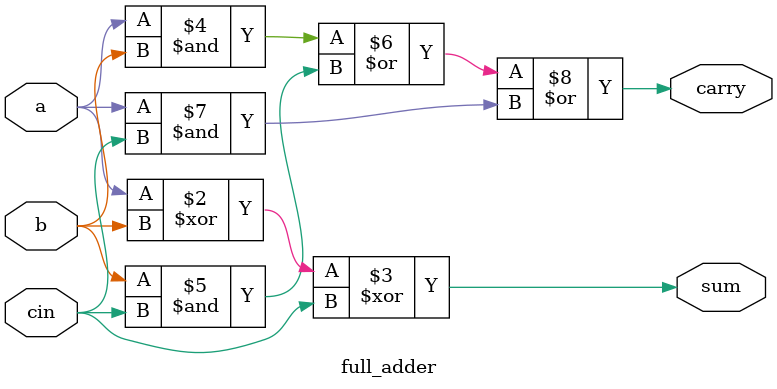
<source format=v>
module full_adder(input a,b,cin,
              output reg sum,carry);
  always @(a or b or cin)begin
    sum <=a^b^cin;
    carry<=(a&b)|(b&cin)|(a&cin);
  end  
endmodule

</source>
